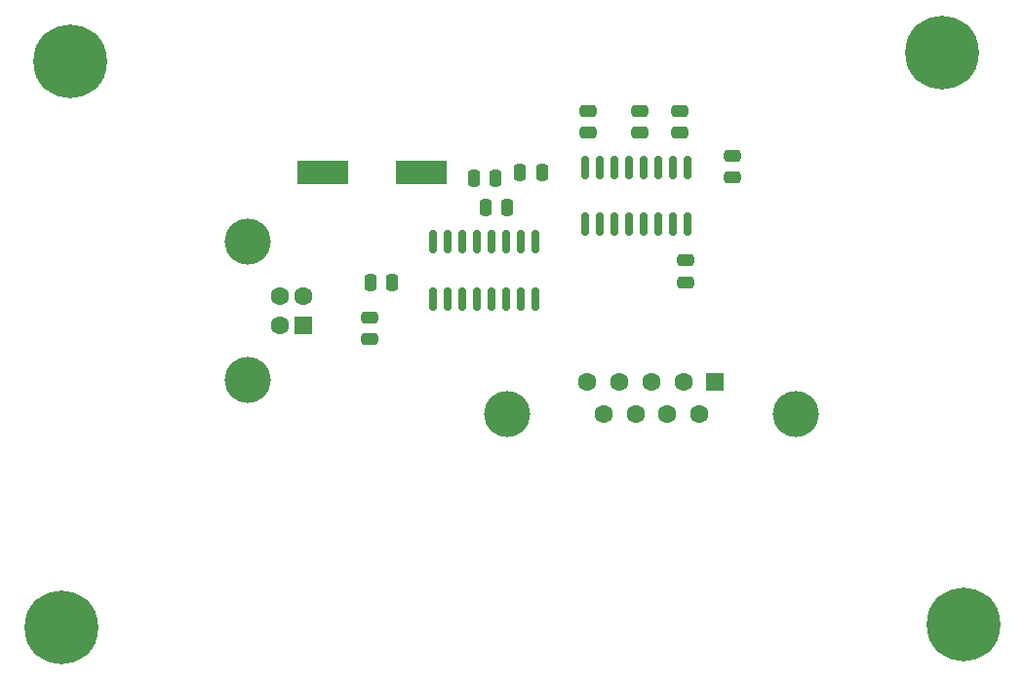
<source format=gbr>
%TF.GenerationSoftware,KiCad,Pcbnew,9.0.1*%
%TF.CreationDate,2025-05-14T18:29:24+05:30*%
%TF.ProjectId,usb,7573622e-6b69-4636-9164-5f7063625858,rev?*%
%TF.SameCoordinates,Original*%
%TF.FileFunction,Soldermask,Top*%
%TF.FilePolarity,Negative*%
%FSLAX46Y46*%
G04 Gerber Fmt 4.6, Leading zero omitted, Abs format (unit mm)*
G04 Created by KiCad (PCBNEW 9.0.1) date 2025-05-14 18:29:24*
%MOMM*%
%LPD*%
G01*
G04 APERTURE LIST*
G04 Aperture macros list*
%AMRoundRect*
0 Rectangle with rounded corners*
0 $1 Rounding radius*
0 $2 $3 $4 $5 $6 $7 $8 $9 X,Y pos of 4 corners*
0 Add a 4 corners polygon primitive as box body*
4,1,4,$2,$3,$4,$5,$6,$7,$8,$9,$2,$3,0*
0 Add four circle primitives for the rounded corners*
1,1,$1+$1,$2,$3*
1,1,$1+$1,$4,$5*
1,1,$1+$1,$6,$7*
1,1,$1+$1,$8,$9*
0 Add four rect primitives between the rounded corners*
20,1,$1+$1,$2,$3,$4,$5,0*
20,1,$1+$1,$4,$5,$6,$7,0*
20,1,$1+$1,$6,$7,$8,$9,0*
20,1,$1+$1,$8,$9,$2,$3,0*%
G04 Aperture macros list end*
%ADD10RoundRect,0.150000X-0.150000X0.825000X-0.150000X-0.825000X0.150000X-0.825000X0.150000X0.825000X0*%
%ADD11RoundRect,0.250000X-0.250000X-0.475000X0.250000X-0.475000X0.250000X0.475000X-0.250000X0.475000X0*%
%ADD12R,4.500000X2.000000*%
%ADD13C,4.000000*%
%ADD14R,1.600000X1.600000*%
%ADD15C,1.600000*%
%ADD16RoundRect,0.250000X-0.475000X0.250000X-0.475000X-0.250000X0.475000X-0.250000X0.475000X0.250000X0*%
%ADD17C,0.800000*%
%ADD18C,6.400000*%
G04 APERTURE END LIST*
D10*
%TO.C,U1*%
X155675000Y-67550001D03*
X154405000Y-67550001D03*
X153135000Y-67550001D03*
X151865000Y-67550001D03*
X150595000Y-67550001D03*
X149325000Y-67550001D03*
X148055000Y-67550001D03*
X146785000Y-67550001D03*
X146785000Y-72500001D03*
X148055000Y-72500001D03*
X149325000Y-72500001D03*
X150595000Y-72500001D03*
X151865000Y-72500001D03*
X153135000Y-72500001D03*
X154405000Y-72500001D03*
X155675000Y-72500001D03*
%TD*%
D11*
%TO.C,C4*%
X152230000Y-62025001D03*
X150330000Y-62025001D03*
%TD*%
%TO.C,C5*%
X156230000Y-61525001D03*
X154330000Y-61525001D03*
%TD*%
D12*
%TO.C,Y1*%
X137230000Y-61525001D03*
X145730000Y-61525001D03*
%TD*%
D10*
%TO.C,U2*%
X168850000Y-61075001D03*
X167580000Y-61075001D03*
X166310000Y-61075001D03*
X165040000Y-61075001D03*
X163770000Y-61075001D03*
X162500000Y-61075001D03*
X161230000Y-61075001D03*
X159960000Y-61075001D03*
X159960000Y-66025001D03*
X161230000Y-66025001D03*
X162500000Y-66025001D03*
X163770000Y-66025001D03*
X165040000Y-66025001D03*
X166310000Y-66025001D03*
X167580000Y-66025001D03*
X168850000Y-66025001D03*
%TD*%
D13*
%TO.C,J2*%
X153230000Y-82525001D03*
X178230000Y-82525001D03*
D14*
X171270000Y-79685001D03*
D15*
X168500000Y-79685001D03*
X165730000Y-79685001D03*
X162960000Y-79685001D03*
X160190000Y-79685001D03*
X169885000Y-82525001D03*
X167115000Y-82525001D03*
X164345000Y-82525001D03*
X161575000Y-82525001D03*
%TD*%
D16*
%TO.C,C10*%
X160230000Y-56125001D03*
X160230000Y-58025001D03*
%TD*%
%TO.C,C9*%
X164730000Y-56125001D03*
X164730000Y-58025001D03*
%TD*%
%TO.C,C8*%
X168230000Y-56125001D03*
X168230000Y-58025001D03*
%TD*%
%TO.C,C7*%
X172730000Y-60025001D03*
X172730000Y-61925001D03*
%TD*%
%TO.C,C6*%
X168730000Y-69125001D03*
X168730000Y-71025001D03*
%TD*%
D11*
%TO.C,C3*%
X151330000Y-64525001D03*
X153230000Y-64525001D03*
%TD*%
%TO.C,C2*%
X141330000Y-71025001D03*
X143230000Y-71025001D03*
%TD*%
D16*
%TO.C,C1*%
X141230000Y-74075001D03*
X141230000Y-75975001D03*
%TD*%
D17*
%TO.C,H1*%
X117702944Y-51802944D03*
X117000000Y-53500000D03*
X117000000Y-50105888D03*
X115302944Y-54202944D03*
D18*
X115302944Y-51802944D03*
D17*
X115302944Y-49402944D03*
X113605888Y-53500000D03*
X113605888Y-50105888D03*
X112902944Y-51802944D03*
%TD*%
%TO.C,H2*%
X193400000Y-51100000D03*
X192697056Y-52797056D03*
X192697056Y-49402944D03*
X191000000Y-53500000D03*
D18*
X191000000Y-51100000D03*
D17*
X191000000Y-48700000D03*
X189302944Y-52797056D03*
X189302944Y-49402944D03*
X188600000Y-51100000D03*
%TD*%
%TO.C,H3*%
X116900000Y-101000000D03*
X116197056Y-102697056D03*
X116197056Y-99302944D03*
X114500000Y-103400000D03*
D18*
X114500000Y-101000000D03*
D17*
X114500000Y-98600000D03*
X112802944Y-102697056D03*
X112802944Y-99302944D03*
X112100000Y-101000000D03*
%TD*%
%TO.C,H4*%
X190402944Y-100802944D03*
X191105888Y-99105888D03*
X191105888Y-102500000D03*
X192802944Y-98402944D03*
D18*
X192802944Y-100802944D03*
D17*
X192802944Y-103202944D03*
X194500000Y-99105888D03*
X194500000Y-102500000D03*
X195202944Y-100802944D03*
%TD*%
D14*
%TO.C,J1*%
X135517500Y-74775001D03*
D15*
X135517500Y-72275001D03*
X133517500Y-72275001D03*
X133517500Y-74775001D03*
D13*
X130657500Y-79525001D03*
X130657500Y-67525001D03*
%TD*%
M02*

</source>
